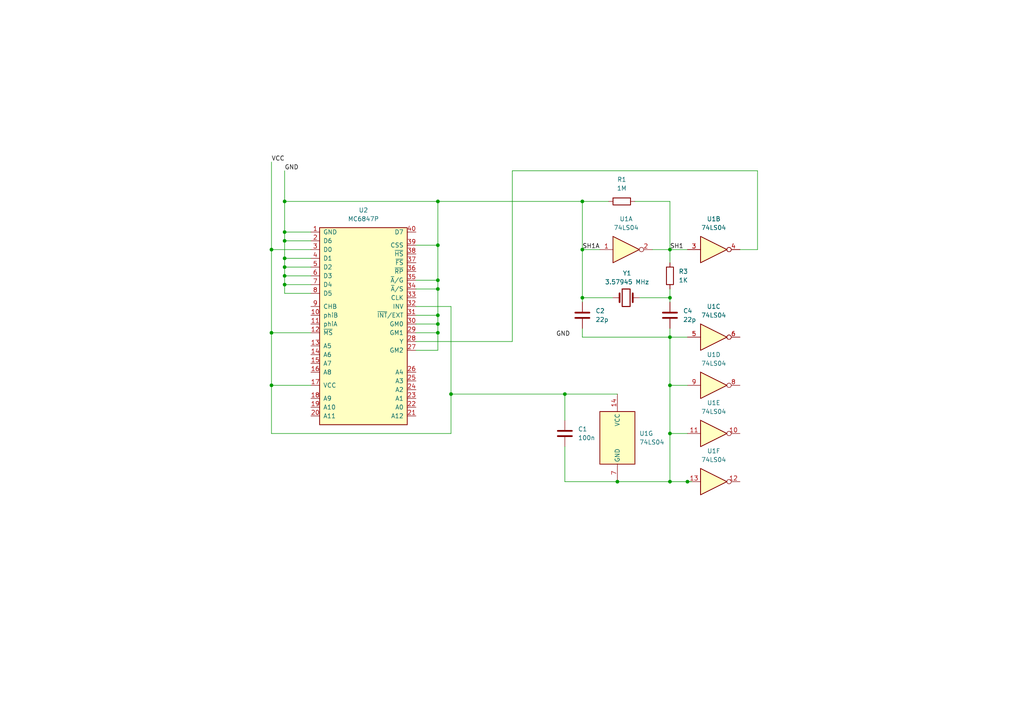
<source format=kicad_sch>
(kicad_sch (version 20231120) (generator "eeschema") (generator_version "8.0")
  (paper "A4")
  (lib_symbols
    (symbol "74xx:74LS04"
      (property "Reference" "U" (at 0 1.27 0))
      (property "Value" "74LS04" (at 0 -1.27 0))
      (symbol "74LS04_1_0"
        (polyline (pts (xy -3.81 3.81) (xy -3.81 -3.81) (xy 3.81 0) (xy -3.81 3.81)) (stroke (width 0.254)) (fill (type background)))
        (pin input line (at -7.62 0 0) (length 3.81) (name "~") (number "1"))
        (pin output inverted (at 7.62 0 180) (length 3.81) (name "~") (number "2"))
      )
      (symbol "74LS04_2_0"
        (polyline (pts (xy -3.81 3.81) (xy -3.81 -3.81) (xy 3.81 0) (xy -3.81 3.81)) (stroke (width 0.254)) (fill (type background)))
        (pin input line (at -7.62 0 0) (length 3.81) (name "~") (number "3"))
        (pin output inverted (at 7.62 0 180) (length 3.81) (name "~") (number "4"))
      )
      (symbol "74LS04_3_0"
        (polyline (pts (xy -3.81 3.81) (xy -3.81 -3.81) (xy 3.81 0) (xy -3.81 3.81)) (stroke (width 0.254)) (fill (type background)))
        (pin input line (at -7.62 0 0) (length 3.81) (name "~") (number "5"))
        (pin output inverted (at 7.62 0 180) (length 3.81) (name "~") (number "6"))
      )
      (symbol "74LS04_4_0"
        (polyline (pts (xy -3.81 3.81) (xy -3.81 -3.81) (xy 3.81 0) (xy -3.81 3.81)) (stroke (width 0.254)) (fill (type background)))
        (pin output inverted (at 7.62 0 180) (length 3.81) (name "~") (number "8"))
        (pin input line (at -7.62 0 0) (length 3.81) (name "~") (number "9"))
      )
      (symbol "74LS04_5_0"
        (polyline (pts (xy -3.81 3.81) (xy -3.81 -3.81) (xy 3.81 0) (xy -3.81 3.81)) (stroke (width 0.254)) (fill (type background)))
        (pin output inverted (at 7.62 0 180) (length 3.81) (name "~") (number "10"))
        (pin input line (at -7.62 0 0) (length 3.81) (name "~") (number "11"))
      )
      (symbol "74LS04_6_0"
        (polyline (pts (xy -3.81 3.81) (xy -3.81 -3.81) (xy 3.81 0) (xy -3.81 3.81)) (stroke (width 0.254)) (fill (type background)))
        (pin output inverted (at 7.62 0 180) (length 3.81) (name "~") (number "12"))
        (pin input line (at -7.62 0 0) (length 3.81) (name "~") (number "13"))
      )
      (symbol "74LS04_7_0"
        (pin power_in line (at 0 12.7 270) (length 5.08) (name "VCC") (number "14"))
        (pin power_in line (at 0 -12.7 90) (length 5.08) (name "GND") (number "7"))
      )
      (symbol "74LS04_7_1"
        (rectangle (start -5.08 7.62) (end 5.08 -7.62) (stroke (width 0.254)) (fill (type background)))
      )
    )
    (symbol "Device:C" (pin_numbers hide) (pin_names (offset 0.254))
      (property "Reference" "C" (at 0.635 2.54 0))
      (property "Value" "C" (at 0.635 -2.54 0))
      (symbol "C_0_1"
        (polyline (pts (xy -2.032 -0.762) (xy 2.032 -0.762)) (stroke (width 0.508)))
        (polyline (pts (xy -2.032 0.762) (xy 2.032 0.762)) (stroke (width 0.508)))
      )
      (symbol "C_1_1"
        (pin passive line (at 0 3.81 270) (length 2.794) (name "~") (number "1"))
        (pin passive line (at 0 -3.81 90) (length 2.794) (name "~") (number "2"))
      )
    )
    (symbol "Device:Crystal" (pin_numbers hide) (pin_names (offset 1.016) hide)
      (property "Reference" "Y" (at 0 3.81 0))
      (property "Value" "Crystal" (at 0 -3.81 0))
      (symbol "Crystal_0_1"
        (rectangle (start -1.143 2.54) (end 1.143 -2.54) (stroke (width 0.3048)))
        (polyline (pts (xy -2.54 0) (xy -1.905 0)))
        (polyline (pts (xy -1.905 -1.27) (xy -1.905 1.27)) (stroke (width 0.508)))
        (polyline (pts (xy 1.905 -1.27) (xy 1.905 1.27)) (stroke (width 0.508)))
        (polyline (pts (xy 2.54 0) (xy 1.905 0)))
      )
      (symbol "Crystal_1_1"
        (pin passive line (at -3.81 0 0) (length 1.27) (name "1") (number "1"))
        (pin passive line (at 3.81 0 180) (length 1.27) (name "2") (number "2"))
      )
    )
    (symbol "Device:R" (pin_numbers hide) (pin_names (offset 0))
      (property "Reference" "R" (at 2.032 0 90))
      (property "Value" "R" (at 0 0 90))
      (symbol "R_0_1"
        (rectangle (start -1.016 -2.54) (end 1.016 2.54) (stroke (width 0.254)))
      )
      (symbol "R_1_1"
        (pin passive line (at 0 3.81 270) (length 1.27) (name "~") (number "1"))
        (pin passive line (at 0 -3.81 90) (length 1.27) (name "~") (number "2"))
      )
    )
    (symbol "myGPU:MC6847P" (pin_names (offset 1.016))
      (property "Reference" "U" (at -10.16 34.29 0))
      (property "Value" "MC6847P" (at 12.7 34.29 0))
      (symbol "MC6847P_0_1"
        (rectangle (start -12.7 33.02) (end 12.7 -24.13) (stroke (width 0.254)) (fill (type background)))
      )
      (symbol "MC6847P_1_1"
        (pin power_in line (at -15.24 31.75 0) (length 2.54) (name "GND") (number "1"))
        (pin output line (at -15.24 7.62 0) (length 2.54) (name "phiB") (number "10"))
        (pin output line (at -15.24 5.08 0) (length 2.54) (name "phiA") (number "11"))
        (pin output line (at -15.24 2.54 0) (length 2.54) (name "~{MS}") (number "12"))
        (pin output line (at -15.24 -1.27 0) (length 2.54) (name "A5") (number "13"))
        (pin output line (at -15.24 -3.81 0) (length 2.54) (name "A6") (number "14"))
        (pin output line (at -15.24 -6.35 0) (length 2.54) (name "A7") (number "15"))
        (pin output line (at -15.24 -8.89 0) (length 2.54) (name "A8") (number "16"))
        (pin power_in line (at -15.24 -12.7 0) (length 2.54) (name "VCC") (number "17"))
        (pin output line (at -15.24 -16.51 0) (length 2.54) (name "A9") (number "18"))
        (pin output line (at -15.24 -19.05 0) (length 2.54) (name "A10") (number "19"))
        (pin input line (at -15.24 29.21 0) (length 2.54) (name "D6") (number "2"))
        (pin output line (at -15.24 -21.59 0) (length 2.54) (name "A11") (number "20"))
        (pin output line (at 15.24 -21.59 180) (length 2.54) (name "A12") (number "21"))
        (pin output line (at 15.24 -19.05 180) (length 2.54) (name "A0") (number "22"))
        (pin output line (at 15.24 -16.51 180) (length 2.54) (name "A1") (number "23"))
        (pin output line (at 15.24 -13.97 180) (length 2.54) (name "A2") (number "24"))
        (pin output line (at 15.24 -11.43 180) (length 2.54) (name "A3") (number "25"))
        (pin output line (at 15.24 -8.89 180) (length 2.54) (name "A4") (number "26"))
        (pin input line (at 15.24 -2.54 180) (length 2.54) (name "GM2") (number "27"))
        (pin input line (at 15.24 0 180) (length 2.54) (name "Y") (number "28"))
        (pin input line (at 15.24 2.54 180) (length 2.54) (name "GM1") (number "29"))
        (pin input line (at -15.24 26.67 0) (length 2.54) (name "D0") (number "3"))
        (pin input line (at 15.24 5.08 180) (length 2.54) (name "GM0") (number "30"))
        (pin input line (at 15.24 7.62 180) (length 2.54) (name "~{INT}/EXT") (number "31"))
        (pin input line (at 15.24 10.16 180) (length 2.54) (name "INV") (number "32"))
        (pin input line (at 15.24 12.7 180) (length 2.54) (name "CLK") (number "33"))
        (pin input line (at 15.24 15.24 180) (length 2.54) (name "~{A}/S") (number "34"))
        (pin input line (at 15.24 17.78 180) (length 2.54) (name "~{A}/G") (number "35"))
        (pin output line (at 15.24 20.32 180) (length 2.54) (name "~{RP}") (number "36"))
        (pin output line (at 15.24 22.86 180) (length 2.54) (name "~{FS}") (number "37"))
        (pin output line (at 15.24 25.4 180) (length 2.54) (name "~{HS}") (number "38"))
        (pin input line (at 15.24 27.94 180) (length 2.54) (name "CSS") (number "39"))
        (pin input line (at -15.24 24.13 0) (length 2.54) (name "D1") (number "4"))
        (pin input line (at 15.24 31.75 180) (length 2.54) (name "D7") (number "40"))
        (pin input line (at -15.24 21.59 0) (length 2.54) (name "D2") (number "5"))
        (pin input line (at -15.24 19.05 0) (length 2.54) (name "D3") (number "6"))
        (pin input line (at -15.24 16.51 0) (length 2.54) (name "D4") (number "7"))
        (pin input line (at -15.24 13.97 0) (length 2.54) (name "D5") (number "8"))
        (pin output line (at -15.24 10.16 0) (length 2.54) (name "CHB") (number "9"))
      )
    )
  )
  (junction (at 127 96.52))
  (junction (at 168.91 72.39))
  (junction (at 78.74 111.76))
  (junction (at 168.91 86.36))
  (junction (at 199.39 139.7))
  (junction (at 168.91 58.42))
  (junction (at 82.55 58.42))
  (junction (at 179.07 139.7))
  (junction (at 82.55 74.93))
  (junction (at 194.31 139.7))
  (junction (at 127 71.12))
  (junction (at 82.55 82.55))
  (junction (at 82.55 67.31))
  (junction (at 82.55 77.47))
  (junction (at 127 81.28))
  (junction (at 194.31 97.79))
  (junction (at 163.83 114.3))
  (junction (at 194.31 125.73))
  (junction (at 194.31 86.36))
  (junction (at 127 91.44))
  (junction (at 127 83.82))
  (junction (at 78.74 72.39))
  (junction (at 127 93.98))
  (junction (at 78.74 96.52))
  (junction (at 194.31 111.76))
  (junction (at 194.31 72.39))
  (junction (at 82.55 80.01))
  (junction (at 127 58.42))
  (junction (at 130.81 114.3))
  (junction (at 82.55 69.85))
  (wire (pts (xy 194.31 86.36) (xy 194.31 87.63)))
  (wire (pts (xy 127 71.12) (xy 127 81.28)))
  (wire (pts (xy 179.07 139.7) (xy 194.31 139.7)))
  (wire (pts (xy 127 91.44) (xy 127 93.98)))
  (wire (pts (xy 127 58.42) (xy 168.91 58.42)))
  (wire (pts (xy 168.91 72.39) (xy 168.91 86.36)))
  (wire (pts (xy 78.74 46.99) (xy 78.74 72.39)))
  (wire (pts (xy 199.39 125.73) (xy 194.31 125.73)))
  (wire (pts (xy 78.74 96.52) (xy 78.74 72.39)))
  (wire (pts (xy 120.65 91.44) (xy 127 91.44)))
  (wire (pts (xy 168.91 95.25) (xy 168.91 97.79)))
  (wire (pts (xy 90.17 85.09) (xy 82.55 85.09)))
  (wire (pts (xy 82.55 67.31) (xy 90.17 67.31)))
  (wire (pts (xy 120.65 83.82) (xy 127 83.82)))
  (wire (pts (xy 189.23 72.39) (xy 194.31 72.39)))
  (wire (pts (xy 214.63 72.39) (xy 219.71 72.39)))
  (wire (pts (xy 185.42 86.36) (xy 194.31 86.36)))
  (wire (pts (xy 200.66 139.7) (xy 199.39 139.7)))
  (wire (pts (xy 127 58.42) (xy 82.55 58.42)))
  (wire (pts (xy 78.74 111.76) (xy 78.74 125.73)))
  (wire (pts (xy 130.81 114.3) (xy 130.81 88.9)))
  (wire (pts (xy 194.31 83.82) (xy 194.31 86.36)))
  (wire (pts (xy 78.74 96.52) (xy 90.17 96.52)))
  (wire (pts (xy 168.91 58.42) (xy 176.53 58.42)))
  (wire (pts (xy 90.17 74.93) (xy 82.55 74.93)))
  (wire (pts (xy 194.31 97.79) (xy 199.39 97.79)))
  (wire (pts (xy 163.83 129.54) (xy 163.83 139.7)))
  (wire (pts (xy 90.17 77.47) (xy 82.55 77.47)))
  (wire (pts (xy 120.65 81.28) (xy 127 81.28)))
  (wire (pts (xy 168.91 87.63) (xy 168.91 86.36)))
  (wire (pts (xy 127 81.28) (xy 127 83.82)))
  (wire (pts (xy 168.91 58.42) (xy 168.91 72.39)))
  (wire (pts (xy 219.71 49.53) (xy 219.71 72.39)))
  (wire (pts (xy 163.83 139.7) (xy 179.07 139.7)))
  (wire (pts (xy 194.31 72.39) (xy 199.39 72.39)))
  (wire (pts (xy 163.83 114.3) (xy 179.07 114.3)))
  (wire (pts (xy 127 71.12) (xy 127 58.42)))
  (wire (pts (xy 78.74 111.76) (xy 78.74 96.52)))
  (wire (pts (xy 163.83 121.92) (xy 163.83 114.3)))
  (wire (pts (xy 199.39 139.7) (xy 194.31 139.7)))
  (wire (pts (xy 82.55 77.47) (xy 82.55 74.93)))
  (wire (pts (xy 120.65 99.06) (xy 148.59 99.06)))
  (wire (pts (xy 194.31 125.73) (xy 194.31 111.76)))
  (wire (pts (xy 90.17 82.55) (xy 82.55 82.55)))
  (wire (pts (xy 82.55 58.42) (xy 82.55 67.31)))
  (wire (pts (xy 148.59 99.06) (xy 148.59 49.53)))
  (wire (pts (xy 148.59 49.53) (xy 219.71 49.53)))
  (wire (pts (xy 82.55 82.55) (xy 82.55 80.01)))
  (wire (pts (xy 168.91 72.39) (xy 173.99 72.39)))
  (wire (pts (xy 78.74 72.39) (xy 90.17 72.39)))
  (wire (pts (xy 127 83.82) (xy 127 91.44)))
  (wire (pts (xy 90.17 69.85) (xy 82.55 69.85)))
  (wire (pts (xy 82.55 74.93) (xy 82.55 69.85)))
  (wire (pts (xy 168.91 86.36) (xy 177.8 86.36)))
  (wire (pts (xy 78.74 125.73) (xy 130.81 125.73)))
  (wire (pts (xy 130.81 125.73) (xy 130.81 114.3)))
  (wire (pts (xy 120.65 71.12) (xy 127 71.12)))
  (wire (pts (xy 120.65 88.9) (xy 130.81 88.9)))
  (wire (pts (xy 82.55 49.53) (xy 82.55 58.42)))
  (wire (pts (xy 82.55 69.85) (xy 82.55 67.31)))
  (wire (pts (xy 120.65 101.6) (xy 127 101.6)))
  (wire (pts (xy 199.39 111.76) (xy 194.31 111.76)))
  (wire (pts (xy 194.31 72.39) (xy 194.31 76.2)))
  (wire (pts (xy 127 101.6) (xy 127 96.52)))
  (wire (pts (xy 194.31 111.76) (xy 194.31 97.79)))
  (wire (pts (xy 168.91 97.79) (xy 194.31 97.79)))
  (wire (pts (xy 194.31 95.25) (xy 194.31 97.79)))
  (wire (pts (xy 82.55 85.09) (xy 82.55 82.55)))
  (wire (pts (xy 82.55 80.01) (xy 82.55 77.47)))
  (wire (pts (xy 90.17 80.01) (xy 82.55 80.01)))
  (wire (pts (xy 194.31 58.42) (xy 194.31 72.39)))
  (wire (pts (xy 194.31 139.7) (xy 194.31 125.73)))
  (wire (pts (xy 120.65 93.98) (xy 127 93.98)))
  (wire (pts (xy 90.17 111.76) (xy 78.74 111.76)))
  (wire (pts (xy 184.15 58.42) (xy 194.31 58.42)))
  (wire (pts (xy 130.81 114.3) (xy 163.83 114.3)))
  (wire (pts (xy 127 93.98) (xy 127 96.52)))
  (wire (pts (xy 120.65 96.52) (xy 127 96.52)))
  (label "SH1" (at 194.31 72.39 0))
  (label "SH1A" (at 168.91 72.39 0))
  (label "VCC" (at 78.74 46.99 0))
  (label "GND" (at 161.29 97.79 0))
  (label "GND" (at 82.55 49.53 0))
  (symbol (lib_id "Device:R") (at 180.34 58.42 270) (unit 1)
    (property "Reference" "R1" (at 180.34 52.07 90))
    (property "Value" "1M" (at 180.34 54.61 90))
    (property "Footprint" "Resistor_THT:R_Axial_DIN0207_L6.3mm_D2.5mm_P7.62mm_Horizontal" (effects (hide yes)))
    (property "Description" "Resistor" (effects (hide yes)))
  )
  (symbol (lib_id "74xx:74LS04") (at 207.01 72.39 0) (unit 2)
    (property "Reference" "U1" (at 207.01 63.5 0))
    (property "Value" "74LS04" (at 207.01 66.04 0))
    (property "Datasheet" "http://www.ti.com/lit/gpn/sn74LS04" (effects (hide yes)))
    (property "Description" "Hex Inverter" (effects (hide yes)))
  )
  (symbol (lib_id "Device:Crystal") (at 181.61 86.36 0) (unit 1)
    (property "Reference" "Y1" (at 181.864 79.248 0))
    (property "Value" "3.57945 MHz" (at 181.864 81.788 0))
    (property "Footprint" "Crystal:Resonator-2Pin_W10.0mm_H5.0mm" (effects (hide yes)))
    (property "Description" "Two pin crystal" (effects (hide yes)))
  )
  (symbol (lib_id "74xx:74LS04") (at 207.01 125.73 0) (unit 5)
    (property "Reference" "U1" (at 207.01 116.84 0))
    (property "Value" "74LS04" (at 207.01 119.38 0))
    (property "Datasheet" "http://www.ti.com/lit/gpn/sn74LS04" (effects (hide yes)))
    (property "Description" "Hex Inverter" (effects (hide yes)))
  )
  (symbol (lib_id "74xx:74LS04") (at 207.01 111.76 0) (unit 4)
    (property "Reference" "U1" (at 207.01 102.87 0))
    (property "Value" "74LS04" (at 207.01 105.41 0))
    (property "Datasheet" "http://www.ti.com/lit/gpn/sn74LS04" (effects (hide yes)))
    (property "Description" "Hex Inverter" (effects (hide yes)))
  )
  (symbol (lib_id "myGPU:MC6847P") (at 105.41 99.06 0) (unit 1)
    (property "Reference" "U2" (at 105.41 60.96 0))
    (property "Value" "MC6847P" (at 105.41 63.5 0))
    (property "Footprint" "Package_DIP:DIP-40_W15.24mm" (effects (hide yes)))
    (property "Datasheet" "https://colorcomputerarchive.com/repo/Documents/Datasheets/MC6847%20MOS%20Video%20Display%20Generator%20(Motorola).pdf" (effects (hide yes)))
    (property "Description" "VDG, DIP-40" (effects (hide yes)))
  )
  (symbol (lib_id "Device:R") (at 194.31 80.01 0) (unit 1)
    (property "Reference" "R3" (at 196.85 78.7399 0) (effects (justify left)))
    (property "Value" "1K" (at 196.85 81.2799 0) (effects (justify left)))
    (property "Footprint" "Resistor_THT:R_Axial_DIN0207_L6.3mm_D2.5mm_P7.62mm_Horizontal" (effects (hide yes)))
    (property "Description" "Resistor" (effects (hide yes)))
  )
  (symbol (lib_id "Device:C") (at 163.83 125.73 0) (unit 1)
    (property "Reference" "C1" (at 167.64 124.4599 0) (effects (justify left)))
    (property "Value" "100n" (at 167.64 126.9999 0) (effects (justify left)))
    (property "Footprint" "Capacitor_THT:C_Disc_D3.0mm_W1.6mm_P2.50mm" (effects (hide yes)))
    (property "Description" "Unpolarized capacitor" (effects (hide yes)))
  )
  (symbol (lib_id "74xx:74LS04") (at 207.01 97.79 0) (unit 3)
    (property "Reference" "U1" (at 207.01 88.9 0))
    (property "Value" "74LS04" (at 207.01 91.44 0))
    (property "Datasheet" "http://www.ti.com/lit/gpn/sn74LS04" (effects (hide yes)))
    (property "Description" "Hex Inverter" (effects (hide yes)))
  )
  (symbol (lib_id "74xx:74LS04") (at 179.07 127 0) (unit 7)
    (property "Reference" "U1" (at 185.42 125.7299 0) (effects (justify left)))
    (property "Value" "74LS04" (at 185.42 128.2699 0) (effects (justify left)))
    (property "Datasheet" "http://www.ti.com/lit/gpn/sn74LS04" (effects (hide yes)))
    (property "Description" "Hex Inverter" (effects (hide yes)))
  )
  (symbol (lib_id "Device:C") (at 168.91 91.44 0) (unit 1)
    (property "Reference" "C2" (at 172.72 90.1699 0) (effects (justify left)))
    (property "Value" "22p" (at 172.72 92.7099 0) (effects (justify left)))
    (property "Footprint" "Capacitor_THT:C_Disc_D3.0mm_W1.6mm_P2.50mm" (effects (hide yes)))
    (property "Description" "Unpolarized capacitor" (effects (hide yes)))
  )
  (symbol (lib_id "Device:C") (at 194.31 91.44 0) (unit 1)
    (property "Reference" "C4" (at 198.12 90.1699 0) (effects (justify left)))
    (property "Value" "22p" (at 198.12 92.7099 0) (effects (justify left)))
    (property "Footprint" "Capacitor_THT:C_Disc_D3.0mm_W1.6mm_P2.50mm" (effects (hide yes)))
    (property "Description" "Unpolarized capacitor" (effects (hide yes)))
  )
  (symbol (lib_id "74xx:74LS04") (at 181.61 72.39 0) (unit 1)
    (property "Reference" "U1" (at 181.61 63.5 0))
    (property "Value" "74LS04" (at 181.61 66.04 0))
    (property "Datasheet" "http://www.ti.com/lit/gpn/sn74LS04" (effects (hide yes)))
    (property "Description" "Hex Inverter" (effects (hide yes)))
  )
  (symbol (lib_id "74xx:74LS04") (at 207.01 139.7 0) (unit 6)
    (property "Reference" "U1" (at 207.01 130.81 0))
    (property "Value" "74LS04" (at 207.01 133.35 0))
    (property "Datasheet" "http://www.ti.com/lit/gpn/sn74LS04" (effects (hide yes)))
    (property "Description" "Hex Inverter" (effects (hide yes)))
  )
)
</source>
